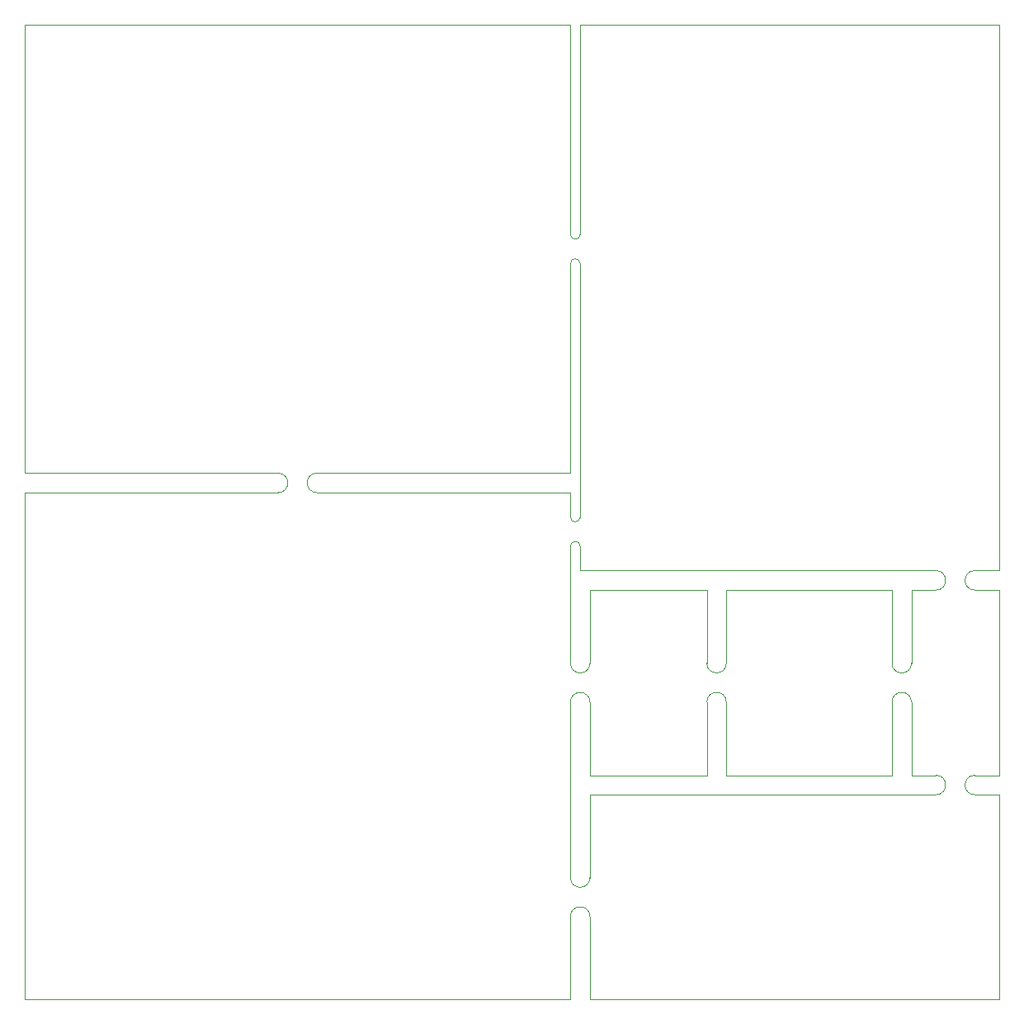
<source format=gm1>
%TF.GenerationSoftware,KiCad,Pcbnew,9.0.2*%
%TF.CreationDate,2025-06-27T09:26:43+02:00*%
%TF.ProjectId,led_driver_220v_p1,6c65645f-6472-4697-9665-725f32323076,rev?*%
%TF.SameCoordinates,Original*%
%TF.FileFunction,Profile,NP*%
%FSLAX46Y46*%
G04 Gerber Fmt 4.6, Leading zero omitted, Abs format (unit mm)*
G04 Created by KiCad (PCBNEW 9.0.2) date 2025-06-27 09:26:43*
%MOMM*%
%LPD*%
G01*
G04 APERTURE LIST*
%TA.AperFunction,Profile*%
%ADD10C,0.050000*%
%TD*%
G04 APERTURE END LIST*
D10*
X107000000Y-61500000D02*
G75*
G02*
X106000000Y-61500000I-500000J0D01*
G01*
X107000000Y-61500000D02*
X107000000Y-40000000D01*
X107000000Y-96000000D02*
X143500000Y-96000000D01*
X107000000Y-93500000D02*
X107000000Y-96000000D01*
X50000000Y-40000000D02*
X106000000Y-40000000D01*
X108000000Y-98000000D02*
X108000000Y-105500000D01*
X106000000Y-64500000D02*
G75*
G02*
X107000000Y-64500000I500000J0D01*
G01*
X150000000Y-40000000D02*
X150000000Y-96000000D01*
X106000000Y-131500000D02*
X106000000Y-140000000D01*
X50000000Y-140000000D02*
X50000000Y-88000000D01*
X139000000Y-109500000D02*
X139000000Y-117000000D01*
X107000000Y-64500000D02*
X107000000Y-90500000D01*
X80000000Y-88000000D02*
X106000000Y-88000000D01*
X141000000Y-98000000D02*
X141000000Y-105500000D01*
X120000000Y-98000000D02*
X120000000Y-105500000D01*
X106000000Y-93500000D02*
G75*
G02*
X107000000Y-93500000I500000J0D01*
G01*
X108000000Y-119000000D02*
X108000000Y-127500000D01*
X106000000Y-64500000D02*
X106000000Y-86000000D01*
X147500000Y-119000000D02*
X150000000Y-119000000D01*
X108000000Y-109500000D02*
X108000000Y-117000000D01*
X106000000Y-88000000D02*
X106000000Y-90500000D01*
X108000000Y-140000000D02*
X150000000Y-140000000D01*
X106000000Y-131500000D02*
G75*
G02*
X108000000Y-131500000I1000000J0D01*
G01*
X139000000Y-109500000D02*
G75*
G02*
X141000000Y-109500000I1000000J0D01*
G01*
X147500000Y-98000000D02*
G75*
G02*
X147500000Y-96000000I0J1000000D01*
G01*
X80000000Y-88000000D02*
G75*
G02*
X80000000Y-86000000I0J1000000D01*
G01*
X76000000Y-86000000D02*
X50000000Y-86000000D01*
X120000000Y-109500000D02*
G75*
G02*
X122000000Y-109500000I1000000J0D01*
G01*
X106000000Y-109500000D02*
G75*
G02*
X108000000Y-109500000I1000000J0D01*
G01*
X106000000Y-109500000D02*
X106000000Y-127500000D01*
X139000000Y-105500000D02*
X139000000Y-98000000D01*
X122000000Y-117000000D02*
X139000000Y-117000000D01*
X143500000Y-98000000D02*
X141000000Y-98000000D01*
X147500000Y-117000000D02*
X150000000Y-117000000D01*
X122000000Y-98000000D02*
X122000000Y-105500000D01*
X122000000Y-105500000D02*
G75*
G02*
X120000000Y-105500000I-1000000J0D01*
G01*
X147500000Y-119000000D02*
G75*
G02*
X147500000Y-117000000I0J1000000D01*
G01*
X107000000Y-90500000D02*
G75*
G02*
X106000000Y-90500000I-500000J0D01*
G01*
X108000000Y-119000000D02*
X143500000Y-119000000D01*
X108000000Y-105500000D02*
G75*
G02*
X106000000Y-105500000I-1000000J0D01*
G01*
X122000000Y-109500000D02*
X122000000Y-117000000D01*
X76000000Y-86000000D02*
G75*
G02*
X76000000Y-88000000I0J-1000000D01*
G01*
X143500000Y-96000000D02*
G75*
G02*
X143500000Y-98000000I0J-1000000D01*
G01*
X107000000Y-40000000D02*
X150000000Y-40000000D01*
X108000000Y-131500000D02*
X108000000Y-140000000D01*
X106000000Y-140000000D02*
X50000000Y-140000000D01*
X80000000Y-86000000D02*
X106000000Y-86000000D01*
X141000000Y-109500000D02*
X141000000Y-117000000D01*
X141000000Y-117000000D02*
X143500000Y-117000000D01*
X150000000Y-140000000D02*
X150000000Y-119000000D01*
X108000000Y-127500000D02*
G75*
G02*
X106000000Y-127500000I-1000000J0D01*
G01*
X76000000Y-88000000D02*
X50000000Y-88000000D01*
X147500000Y-96000000D02*
X150000000Y-96000000D01*
X106000000Y-40000000D02*
X106000000Y-61500000D01*
X120000000Y-98000000D02*
X108000000Y-98000000D01*
X106000000Y-93500000D02*
X106000000Y-105500000D01*
X139000000Y-98000000D02*
X122000000Y-98000000D01*
X150000000Y-117000000D02*
X150000000Y-98000000D01*
X150000000Y-98000000D02*
X147500000Y-98000000D01*
X141000000Y-105500000D02*
G75*
G02*
X139000000Y-105500000I-1000000J0D01*
G01*
X50000000Y-86000000D02*
X50000000Y-40000000D01*
X120000000Y-109500000D02*
X120000000Y-117000000D01*
X143500000Y-117000000D02*
G75*
G02*
X143500000Y-119000000I0J-1000000D01*
G01*
X120000000Y-117000000D02*
X108000000Y-117000000D01*
M02*

</source>
